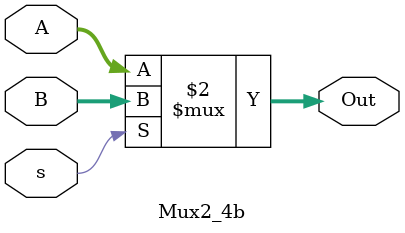
<source format=v>
module Mux8_4b(W0, W1, W2, W3, W4, W5, W6, W7, S, F);
	input [3:0] W0, W1, W2, W3, W4, W5, W6, W7;
	input [2:0] S;
	output [3:0] F;
	wire [3:0] X1, X2, X3, X4, Y1, Y2;
	
	Mux2_4b Mux1_1 (W0, W1, S[0], X1);
	Mux2_4b Mux1_2 (W2, W3, S[0], X2);
	Mux2_4b Mux1_3 (W4, W5, S[0], X3);
	Mux2_4b Mux1_4 (W6, W7, S[0], X4);
	
	Mux2_4b Mux2_1 (X1, X2, S[1], Y1);
	Mux2_4b Mux2_2 (X3, X4, S[1], Y2);
	
	Mux2_4b Mux3_1 (Y1, Y2, S[2], F);
	
endmodule

module Mux2_4b(A, B, s, Out);
	input [3:0] A, B;
	input s;
	output [3:0] Out;
	
	assign Out = s == 0 ? A : B;

endmodule
</source>
